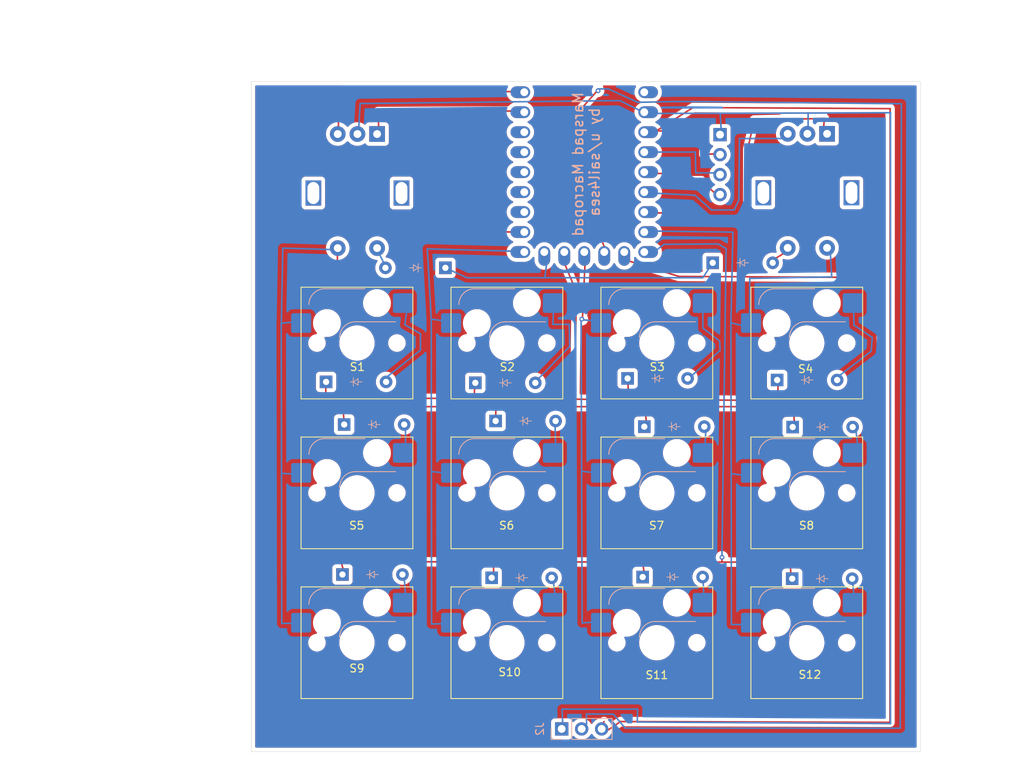
<source format=kicad_pcb>
(kicad_pcb (version 20241229) (generator "pcbnew") (generator_version "9.0")
  (layers (0 "F.Cu" signal) (2 "B.Cu" signal) (13 "F.Paste" user) (15 "B.Paste" user) (5 "F.SilkS" user "F.Silkscreen") (7 "B.SilkS" user "B.Silkscreen") (1 "F.Mask" user) (3 "B.Mask" user) (25 "Edge.Cuts" user))
  (net 0 "")
  (net 1 "GND")
  (net 2 "VCC")
  (net 3 "Net-(D1-A)")
  (net 4 "Net-(D2-A)")
  (net 5 "Net-(D3-A)")
  (net 6 "Row 2")
  (net 7 "Net-(D4-A)")
  (net 8 "Net-(D5-A)")
  (net 9 "Net-(D6-A)")
  (net 10 "Row 3")
  (net 11 "Net-(D7-A)")
  (net 12 "Net-(D8-A)")
  (net 13 "Net-(D9-A)")
  (net 14 "Net-(D10-A)")
  (net 15 "Row 4")
  (net 16 "Net-(D11-A)")
  (net 17 "Net-(D12-A)")
  (net 18 "Net-(D13-A)")
  (net 19 "Net-(D14-A)")
  (net 20 "Row 1")
  (net 21 "SDA")
  (net 22 "SCL")
  (net 23 "Col 1")
  (net 24 "Col 2")
  (net 25 "Col 3")
  (net 26 "Col 4")
  (net 27 "Enc B1")
  (net 28 "Enc A1")
  (net 29 "Enc B2")
  (net 30 "Enc A2")
  (net 37 "RGB")
  (footprint "ScottoKeebs_Scotto:Encoder_EC11_MX" (layer "F.Cu") (at 110.5 56.86 -90)
    (property "Reference" "SW1" (hide yes))
    (property "Value" "RotaryEncoder_Switch" (hide yes))
    (pad "A" thru_hole rect (at -7.5 -2.5 270) (size 2 2) (drill 1) (layers "*.Cu" "*.Mask") (net 28 "Enc A1"))
    (pad "B" thru_hole circle (at -7.5 2.5 270) (size 2 2) (drill 1) (layers "*.Cu" "*.Mask") (net 27 "Enc B1"))
    (pad "C" thru_hole circle (at -7.5 0 270) (size 2 2) (drill 1) (layers "*.Cu" "*.Mask") (net 1 "GND"))
    (pad "MP" thru_hole rect (at 0 -5.6 270) (size 3.2 2) (drill oval 2.8 1.5) (layers "*.Cu" "*.Mask"))
    (pad "MP" thru_hole rect (at 0 5.6 270) (size 3.2 2) (drill oval 2.8 1.5) (layers "*.Cu" "*.Mask"))
    (pad "S1" thru_hole circle (at 7 2.5 270) (size 2 2) (drill 1) (layers "*.Cu" "*.Mask") (net 23 "Col 1"))
    (pad "S2" thru_hole circle (at 7 -2.5 270) (size 2 2) (drill 1) (layers "*.Cu" "*.Mask") (net 18 "Net-(D13-A)"))
  )
  (footprint "ScottoKeebs_Hotswap:Hotswap_MX_1.00u" (layer "F.Cu") (at 110.44 75.93)
    (property "Reference" "S1" (at 0.05 3.04 0) (layer "F.SilkS"))
    (property "Value" "Keyswitch" (hide yes))
    (pad "" np_thru_hole circle (at -5.08 0) (size 1.75 1.75) (drill 1.75) (layers "*.Cu" "*.Mask"))
    (pad "" np_thru_hole circle (at -3.81 -2.54) (size 3.05 3.05) (drill 3.05) (layers "*.Cu" "*.Mask"))
    (pad "" np_thru_hole circle (at 0 0) (size 4 4) (drill 4) (layers "*.Cu" "*.Mask"))
    (pad "" np_thru_hole circle (at 2.54 -5.08) (size 3.05 3.05) (drill 3.05) (layers "*.Cu" "*.Mask"))
    (pad "" np_thru_hole circle (at 5.08 0) (size 1.75 1.75) (drill 1.75) (layers "*.Cu" "*.Mask"))
    (pad "1" smd roundrect (at -7.085 -2.54) (size 2.55 2.5) (layers "B.Cu" "B.Mask" "B.Paste") (roundrect_rratio 0.1) (net 23 "Col 1"))
    (pad "2" smd roundrect (at 5.842 -5.08) (size 2.55 2.5) (layers "B.Cu" "B.Mask" "B.Paste") (roundrect_rratio 0.1) (net 3 "Net-(D1-A)"))
  )
  (footprint "ScottoKeebs_Hotswap:Hotswap_MX_1.00u" (layer "F.Cu") (at 167.59 75.93)
    (property "Reference" "S4" (at -0.14 3.3 0) (layer "F.SilkS"))
    (property "Value" "Keyswitch" (hide yes))
    (pad "" np_thru_hole circle (at -5.08 0) (size 1.75 1.75) (drill 1.75) (layers "*.Cu" "*.Mask"))
    (pad "" np_thru_hole circle (at -3.81 -2.54) (size 3.05 3.05) (drill 3.05) (layers "*.Cu" "*.Mask"))
    (pad "" np_thru_hole circle (at 0 0) (size 4 4) (drill 4) (layers "*.Cu" "*.Mask"))
    (pad "" np_thru_hole circle (at 2.54 -5.08) (size 3.05 3.05) (drill 3.05) (layers "*.Cu" "*.Mask"))
    (pad "" np_thru_hole circle (at 5.08 0) (size 1.75 1.75) (drill 1.75) (layers "*.Cu" "*.Mask"))
    (pad "1" smd roundrect (at -7.085 -2.54) (size 2.55 2.5) (layers "B.Cu" "B.Mask" "B.Paste") (roundrect_rratio 0.1) (net 26 "Col 4"))
    (pad "2" smd roundrect (at 5.842 -5.08) (size 2.55 2.5) (layers "B.Cu" "B.Mask" "B.Paste") (roundrect_rratio 0.1) (net 7 "Net-(D4-A)"))
  )
  (footprint "ScottoKeebs_Scotto:Encoder_EC11_MX" (layer "F.Cu") (at 167.67 56.83 -90)
    (property "Reference" "SW2" (hide yes))
    (property "Value" "RotaryEncoder_Switch" (hide yes))
    (pad "A" thru_hole rect (at -7.5 -2.5 270) (size 2 2) (drill 1) (layers "*.Cu" "*.Mask") (net 30 "Enc A2"))
    (pad "B" thru_hole circle (at -7.5 2.5 270) (size 2 2) (drill 1) (layers "*.Cu" "*.Mask") (net 29 "Enc B2"))
    (pad "C" thru_hole circle (at -7.5 0 270) (size 2 2) (drill 1) (layers "*.Cu" "*.Mask") (net 1 "GND"))
    (pad "MP" thru_hole rect (at 0 -5.6 270) (size 3.2 2) (drill oval 2.8 1.5) (layers "*.Cu" "*.Mask"))
    (pad "MP" thru_hole rect (at 0 5.6 270) (size 3.2 2) (drill oval 2.8 1.5) (layers "*.Cu" "*.Mask"))
    (pad "S1" thru_hole circle (at 7 2.5 270) (size 2 2) (drill 1) (layers "*.Cu" "*.Mask") (net 19 "Net-(D14-A)"))
    (pad "S2" thru_hole circle (at 7 -2.5 270) (size 2 2) (drill 1) (layers "*.Cu" "*.Mask") (net 26 "Col 4"))
  )
  (footprint "ScottoKeebs_Hotswap:Hotswap_MX_1.00u" (layer "F.Cu") (at 148.54 114.03)
    (property "Reference" "S11" (at 0 4.11 0) (layer "F.SilkS"))
    (property "Value" "Keyswitch" (hide yes))
    (pad "" np_thru_hole circle (at -5.08 0) (size 1.75 1.75) (drill 1.75) (layers "*.Cu" "*.Mask"))
    (pad "" np_thru_hole circle (at -3.81 -2.54) (size 3.05 3.05) (drill 3.05) (layers "*.Cu" "*.Mask"))
    (pad "" np_thru_hole circle (at 0 0) (size 4 4) (drill 4) (layers "*.Cu" "*.Mask"))
    (pad "" np_thru_hole circle (at 2.54 -5.08) (size 3.05 3.05) (drill 3.05) (layers "*.Cu" "*.Mask"))
    (pad "" np_thru_hole circle (at 5.08 0) (size 1.75 1.75) (drill 1.75) (layers "*.Cu" "*.Mask"))
    (pad "1" smd roundrect (at -7.085 -2.54) (size 2.55 2.5) (layers "B.Cu" "B.Mask" "B.Paste") (roundrect_rratio 0.1) (net 25 "Col 3"))
    (pad "2" smd roundrect (at 5.842 -5.08) (size 2.55 2.5) (layers "B.Cu" "B.Mask" "B.Paste") (roundrect_rratio 0.1) (net 16 "Net-(D11-A)"))
  )
  (footprint "ScottoKeebs_Hotswap:Hotswap_MX_1.00u" (layer "F.Cu") (at 148.54 94.98)
    (property "Reference" "S7" (at -0.03 4.15 0) (layer "F.SilkS"))
    (property "Value" "Keyswitch" (hide yes))
    (pad "" np_thru_hole circle (at -5.08 0) (size 1.75 1.75) (drill 1.75) (layers "*.Cu" "*.Mask"))
    (pad "" np_thru_hole circle (at -3.81 -2.54) (size 3.05 3.05) (drill 3.05) (layers "*.Cu" "*.Mask"))
    (pad "" np_thru_hole circle (at 0 0) (size 4 4) (drill 4) (layers "*.Cu" "*.Mask"))
    (pad "" np_thru_hole circle (at 2.54 -5.08) (size 3.05 3.05) (drill 3.05) (layers "*.Cu" "*.Mask"))
    (pad "" np_thru_hole circle (at 5.08 0) (size 1.75 1.75) (drill 1.75) (layers "*.Cu" "*.Mask"))
    (pad "1" smd roundrect (at -7.085 -2.54) (size 2.55 2.5) (layers "B.Cu" "B.Mask" "B.Paste") (roundrect_rratio 0.1) (net 25 "Col 3"))
    (pad "2" smd roundrect (at 5.842 -5.08) (size 2.55 2.5) (layers "B.Cu" "B.Mask" "B.Paste") (roundrect_rratio 0.1) (net 11 "Net-(D7-A)"))
  )
  (footprint "ScottoKeebs_Hotswap:Hotswap_MX_1.00u" (layer "F.Cu") (at 167.59 94.98)
    (property "Reference" "S8" (at -0.03 4.15 0) (layer "F.SilkS"))
    (property "Value" "Keyswitch" (hide yes))
    (pad "" np_thru_hole circle (at -5.08 0) (size 1.75 1.75) (drill 1.75) (layers "*.Cu" "*.Mask"))
    (pad "" np_thru_hole circle (at -3.81 -2.54) (size 3.05 3.05) (drill 3.05) (layers "*.Cu" "*.Mask"))
    (pad "" np_thru_hole circle (at 0 0) (size 4 4) (drill 4) (layers "*.Cu" "*.Mask"))
    (pad "" np_thru_hole circle (at 2.54 -5.08) (size 3.05 3.05) (drill 3.05) (layers "*.Cu" "*.Mask"))
    (pad "" np_thru_hole circle (at 5.08 0) (size 1.75 1.75) (drill 1.75) (layers "*.Cu" "*.Mask"))
    (pad "1" smd roundrect (at -7.085 -2.54) (size 2.55 2.5) (layers "B.Cu" "B.Mask" "B.Paste") (roundrect_rratio 0.1) (net 26 "Col 4"))
    (pad "2" smd roundrect (at 5.842 -5.08) (size 2.55 2.5) (layers "B.Cu" "B.Mask" "B.Paste") (roundrect_rratio 0.1) (net 12 "Net-(D8-A)"))
  )
  (footprint "ScottoKeebs_Hotswap:Hotswap_MX_1.00u" (layer "F.Cu") (at 148.54 75.93)
    (property "Reference" "S3" (at 0.05 3.04 0) (layer "F.SilkS"))
    (property "Value" "Keyswitch" (hide yes))
    (pad "" np_thru_hole circle (at -5.08 0) (size 1.75 1.75) (drill 1.75) (layers "*.Cu" "*.Mask"))
    (pad "" np_thru_hole circle (at -3.81 -2.54) (size 3.05 3.05) (drill 3.05) (layers "*.Cu" "*.Mask"))
    (pad "" np_thru_hole circle (at 0 0) (size 4 4) (drill 4) (layers "*.Cu" "*.Mask"))
    (pad "" np_thru_hole circle (at 2.54 -5.08) (size 3.05 3.05) (drill 3.05) (layers "*.Cu" "*.Mask"))
    (pad "" np_thru_hole circle (at 5.08 0) (size 1.75 1.75) (drill 1.75) (layers "*.Cu" "*.Mask"))
    (pad "1" smd roundrect (at -7.085 -2.54) (size 2.55 2.5) (layers "B.Cu" "B.Mask" "B.Paste") (roundrect_rratio 0.1) (net 25 "Col 3"))
    (pad "2" smd roundrect (at 5.842 -5.08) (size 2.55 2.5) (layers "B.Cu" "B.Mask" "B.Paste") (roundrect_rratio 0.1) (net 5 "Net-(D3-A)"))
  )
  (footprint "ScottoKeebs_Hotswap:Hotswap_MX_1.00u" (layer "F.Cu") (at 110.44 94.98)
    (property "Reference" "S5" (at -0.03 4.15 0) (layer "F.SilkS"))
    (property "Value" "Keyswitch" (hide yes))
    (pad "" np_thru_hole circle (at -5.08 0) (size 1.75 1.75) (drill 1.75) (layers "*.Cu" "*.Mask"))
    (pad "" np_thru_hole circle (at -3.81 -2.54) (size 3.05 3.05) (drill 3.05) (layers "*.Cu" "*.Mask"))
    (pad "" np_thru_hole circle (at 0 0) (size 4 4) (drill 4) (layers "*.Cu" "*.Mask"))
    (pad "" np_thru_hole circle (at 2.54 -5.08) (size 3.05 3.05) (drill 3.05) (layers "*.Cu" "*.Mask"))
    (pad "" np_thru_hole circle (at 5.08 0) (size 1.75 1.75) (drill 1.75) (layers "*.Cu" "*.Mask"))
    (pad "1" smd roundrect (at -7.085 -2.54) (size 2.55 2.5) (layers "B.Cu" "B.Mask" "B.Paste") (roundrect_rratio 0.1) (net 23 "Col 1"))
    (pad "2" smd roundrect (at 5.842 -5.08) (size 2.55 2.5) (layers "B.Cu" "B.Mask" "B.Paste") (roundrect_rratio 0.1) (net 8 "Net-(D5-A)"))
  )
  (footprint "ScottoKeebs_Hotswap:Hotswap_MX_1.00u" (layer "F.Cu") (at 110.44 114.03)
    (property "Reference" "S9" (at 0 3.26 0) (layer "F.SilkS"))
    (property "Value" "Keyswitch" (hide yes))
    (pad "" np_thru_hole circle (at -5.08 0) (size 1.75 1.75) (drill 1.75) (layers "*.Cu" "*.Mask"))
    (pad "" np_thru_hole circle (at -3.81 -2.54) (size 3.05 3.05) (drill 3.05) (layers "*.Cu" "*.Mask"))
    (pad "" np_thru_hole circle (at 0 0) (size 4 4) (drill 4) (layers "*.Cu" "*.Mask"))
    (pad "" np_thru_hole circle (at 2.54 -5.08) (size 3.05 3.05) (drill 3.05) (layers "*.Cu" "*.Mask"))
    (pad "" np_thru_hole circle (at 5.08 0) (size 1.75 1.75) (drill 1.75) (layers "*.Cu" "*.Mask"))
    (pad "1" smd roundrect (at -7.085 -2.54) (size 2.55 2.5) (layers "B.Cu" "B.Mask" "B.Paste") (roundrect_rratio 0.1) (net 23 "Col 1"))
    (pad "2" smd roundrect (at 5.842 -5.08) (size 2.55 2.5) (layers "B.Cu" "B.Mask" "B.Paste") (roundrect_rratio 0.1) (net 13 "Net-(D9-A)"))
  )
  (footprint "ScottoKeebs_Hotswap:Hotswap_MX_1.00u" (layer "F.Cu") (at 129.49 94.98)
    (property "Reference" "S6" (at -0.03 4.15 0) (layer "F.SilkS"))
    (property "Value" "Keyswitch" (hide yes))
    (pad "" np_thru_hole circle (at -5.08 0) (size 1.75 1.75) (drill 1.75) (layers "*.Cu" "*.Mask"))
    (pad "" np_thru_hole circle (at -3.81 -2.54) (size 3.05 3.05) (drill 3.05) (layers "*.Cu" "*.Mask"))
    (pad "" np_thru_hole circle (at 0 0) (size 4 4) (drill 4) (layers "*.Cu" "*.Mask"))
    (pad "" np_thru_hole circle (at 2.54 -5.08) (size 3.05 3.05) (drill 3.05) (layers "*.Cu" "*.Mask"))
    (pad "" np_thru_hole circle (at 5.08 0) (size 1.75 1.75) (drill 1.75) (layers "*.Cu" "*.Mask"))
    (pad "1" smd roundrect (at -7.085 -2.54) (size 2.55 2.5) (layers "B.Cu" "B.Mask" "B.Paste") (roundrect_rratio 0.1) (net 24 "Col 2"))
    (pad "2" smd roundrect (at 5.842 -5.08) (size 2.55 2.5) (layers "B.Cu" "B.Mask" "B.Paste") (roundrect_rratio 0.1) (net 9 "Net-(D6-A)"))
  )
  (footprint "ScottoKeebs_Hotswap:Hotswap_MX_1.00u" (layer "F.Cu") (at 167.59 114.03)
    (property "Reference" "S12" (at 0.39 4.06 0) (layer "F.SilkS"))
    (property "Value" "Keyswitch" (hide yes))
    (pad "" np_thru_hole circle (at -5.08 0) (size 1.75 1.75) (drill 1.75) (layers "*.Cu" "*.Mask"))
    (pad "" np_thru_hole circle (at -3.81 -2.54) (size 3.05 3.05) (drill 3.05) (layers "*.Cu" "*.Mask"))
    (pad "" np_thru_hole circle (at 0 0) (size 4 4) (drill 4) (layers "*.Cu" "*.Mask"))
    (pad "" np_thru_hole circle (at 2.54 -5.08) (size 3.05 3.05) (drill 3.05) (layers "*.Cu" "*.Mask"))
    (pad "" np_thru_hole circle (at 5.08 0) (size 1.75 1.75) (drill 1.75) (layers "*.Cu" "*.Mask"))
    (pad "1" smd roundrect (at -7.085 -2.54) (size 2.55 2.5) (layers "B.Cu" "B.Mask" "B.Paste") (roundrect_rratio 0.1) (net 26 "Col 4"))
    (pad "2" smd roundrect (at 5.842 -5.08) (size 2.55 2.5) (layers "B.Cu" "B.Mask" "B.Paste") (roundrect_rratio 0.1) (net 17 "Net-(D12-A)"))
  )
  (footprint "ScottoKeebs_Components:OLED_128x32" (layer "F.Cu") (at 158.17 59.24 180)
    (property "Reference" "J1" (hide yes))
    (property "Value" "OLED_128x64")
    (pad "1" thru_hole rect (at 1.6 9.8) (size 1.7 1.7) (drill 1) (layers "*.Cu" "*.Mask") (net 1 "GND"))
    (pad "2" thru_hole oval (at 1.6 7.26) (size 1.7 1.7) (drill 1) (layers "*.Cu" "*.Mask") (net 2 "VCC"))
    (pad "3" thru_hole oval (at 1.6 4.72) (size 1.7 1.7) (drill 1) (layers "*.Cu" "*.Mask") (net 22 "SCL"))
    (pad "4" thru_hole oval (at 1.6 2.18) (size 1.7 1.7) (drill 1) (layers "*.Cu" "*.Mask") (net 21 "SDA"))
  )
  (footprint "ScottoKeebs_Hotswap:Hotswap_MX_1.00u" (layer "F.Cu") (at 129.49 75.93)
    (property "Reference" "S2" (at 0.05 3.04 0) (layer "F.SilkS"))
    (property "Value" "Keyswitch" (hide yes))
    (pad "" np_thru_hole circle (at -5.08 0) (size 1.75 1.75) (drill 1.75) (layers "*.Cu" "*.Mask"))
    (pad "" np_thru_hole circle (at -3.81 -2.54) (size 3.05 3.05) (drill 3.05) (layers "*.Cu" "*.Mask"))
    (pad "" np_thru_hole circle (at 0 0) (size 4 4) (drill 4) (layers "*.Cu" "*.Mask"))
    (pad "" np_thru_hole circle (at 2.54 -5.08) (size 3.05 3.05) (drill 3.05) (layers "*.Cu" "*.Mask"))
    (pad "" np_thru_hole circle (at 5.08 0) (size 1.75 1.75) (drill 1.75) (layers "*.Cu" "*.Mask"))
    (pad "1" smd roundrect (at -7.085 -2.54) (size 2.55 2.5) (layers "B.Cu" "B.Mask" "B.Paste") (roundrect_rratio 0.1) (net 24 "Col 2"))
    (pad "2" smd roundrect (at 5.842 -5.08) (size 2.55 2.5) (layers "B.Cu" "B.Mask" "B.Paste") (roundrect_rratio 0.1) (net 4 "Net-(D2-A)"))
  )
  (footprint "ScottoKeebs_Hotswap:Hotswap_MX_1.00u" (layer "F.Cu") (at 129.49 114.03)
    (property "Reference" "S10" (at 0.36 3.74 0) (layer "F.SilkS"))
    (property "Value" "Keyswitch" (hide yes))
    (pad "" np_thru_hole circle (at -5.08 0) (size 1.75 1.75) (drill 1.75) (layers "*.Cu" "*.Mask"))
    (pad "" np_thru_hole circle (at -3.81 -2.54) (size 3.05 3.05) (drill 3.05) (layers "*.Cu" "*.Mask"))
    (pad "" np_thru_hole circle (at 0 0) (size 4 4) (drill 4) (layers "*.Cu" "*.Mask"))
    (pad "" np_thru_hole circle (at 2.54 -5.08) (size 3.05 3.05) (drill 3.05) (layers "*.Cu" "*.Mask"))
    (pad "" np_thru_hole circle (at 5.08 0) (size 1.75 1.75) (drill 1.75) (layers "*.Cu" "*.Mask"))
    (pad "1" smd roundrect (at -7.085 -2.54) (size 2.55 2.5) (layers "B.Cu" "B.Mask" "B.Paste") (roundrect_rratio 0.1) (net 24 "Col 2"))
    (pad "2" smd roundrect (at 5.842 -5.08) (size 2.55 2.5) (layers "B.Cu" "B.Mask" "B.Paste") (roundrect_rratio 0.1) (net 14 "Net-(D10-A)"))
  )
  (footprint "ScottoKeebs_Components:Diode_DO-35" (layer "B.Cu") (at 146.95 86.56)
    (property "Reference" "D7" (hide yes))
    (property "Value" "Diode" (hide yes))
    (pad "1" thru_hole rect (at 0 0) (size 1.6 1.6) (drill 0.8) (layers "*.Cu" "*.Mask") (net 10 "Row 3"))
    (pad "2" thru_hole oval (at 7.62 0) (size 1.6 1.6) (drill 0.8) (layers "*.Cu" "*.Mask") (net 11 "Net-(D7-A)"))
  )
  (footprint "ScottoKeebs_Components:Diode_DO-35" (layer "B.Cu") (at 163.83 80.63)
    (property "Reference" "D4" (hide yes))
    (property "Value" "Diode" (hide yes))
    (pad "1" thru_hole rect (at 0 0) (size 1.6 1.6) (drill 0.8) (layers "*.Cu" "*.Mask") (net 6 "Row 2"))
    (pad "2" thru_hole oval (at 7.62 0) (size 1.6 1.6) (drill 0.8) (layers "*.Cu" "*.Mask") (net 7 "Net-(D4-A)"))
  )
  (footprint "ScottoKeebs_Components:Diode_DO-35" (layer "B.Cu") (at 144.83 80.43)
    (property "Reference" "D3" (hide yes))
    (property "Value" "Diode" (hide yes))
    (pad "1" thru_hole rect (at 0 0) (size 1.6 1.6) (drill 0.8) (layers "*.Cu" "*.Mask") (net 6 "Row 2"))
    (pad "2" thru_hole oval (at 7.62 0) (size 1.6 1.6) (drill 0.8) (layers "*.Cu" "*.Mask") (net 5 "Net-(D3-A)"))
  )
  (footprint "ScottoKeebs_Components:Diode_DO-35" (layer "B.Cu") (at 127.56 105.78)
    (property "Reference" "D10" (hide yes))
    (property "Value" "Diode" (hide yes))
    (pad "1" thru_hole rect (at 0 0) (size 1.6 1.6) (drill 0.8) (layers "*.Cu" "*.Mask") (net 15 "Row 4"))
    (pad "2" thru_hole oval (at 7.62 0) (size 1.6 1.6) (drill 0.8) (layers "*.Cu" "*.Mask") (net 14 "Net-(D10-A)"))
  )
  (footprint "ScottoKeebs_Components:Diode_DO-35" (layer "B.Cu") (at 165.8 86.61)
    (property "Reference" "D8" (hide yes))
    (property "Value" "Diode" (hide yes))
    (pad "1" thru_hole rect (at 0 0) (size 1.6 1.6) (drill 0.8) (layers "*.Cu" "*.Mask") (net 10 "Row 3"))
    (pad "2" thru_hole oval (at 7.62 0) (size 1.6 1.6) (drill 0.8) (layers "*.Cu" "*.Mask") (net 12 "Net-(D8-A)"))
  )
  (footprint "ScottoKeebs_Components:Diode_DO-35" (layer "B.Cu") (at 108.82 86.29)
    (property "Reference" "D5" (hide yes))
    (property "Value" "Diode" (hide yes))
    (pad "1" thru_hole rect (at 0 0) (size 1.6 1.6) (drill 0.8) (layers "*.Cu" "*.Mask") (net 10 "Row 3"))
    (pad "2" thru_hole oval (at 7.62 0) (size 1.6 1.6) (drill 0.8) (layers "*.Cu" "*.Mask") (net 8 "Net-(D5-A)"))
  )
  (footprint "ScottoKeebs_Components:Diode_DO-35" (layer "B.Cu") (at 106.52 80.87)
    (property "Reference" "D1" (hide yes))
    (property "Value" "Diode" (hide yes))
    (pad "1" thru_hole rect (at 0 0) (size 1.6 1.6) (drill 0.8) (layers "*.Cu" "*.Mask") (net 6 "Row 2"))
    (pad "2" thru_hole oval (at 7.62 0) (size 1.6 1.6) (drill 0.8) (layers "*.Cu" "*.Mask") (net 3 "Net-(D1-A)"))
  )
  (footprint "ScottoKeebs_Components:Diode_DO-35" (layer "B.Cu") (at 121.68 66.37 180)
    (property "Reference" "D13" (hide yes))
    (property "Value" "Diode" (hide yes))
    (pad "1" thru_hole rect (at 0 0 180) (size 1.6 1.6) (drill 0.8) (layers "*.Cu" "*.Mask") (net 20 "Row 1"))
    (pad "2" thru_hole oval (at 7.62 0 180) (size 1.6 1.6) (drill 0.8) (layers "*.Cu" "*.Mask") (net 18 "Net-(D13-A)"))
  )
  (footprint "ScottoKeebs_Components:Diode_DO-35" (layer "B.Cu") (at 108.6 105.36)
    (property "Reference" "D9" (hide yes))
    (property "Value" "Diode" (hide yes))
    (pad "1" thru_hole rect (at 0 0) (size 1.6 1.6) (drill 0.8) (layers "*.Cu" "*.Mask") (net 15 "Row 4"))
    (pad "2" thru_hole oval (at 7.62 0) (size 1.6 1.6) (drill 0.8) (layers "*.Cu" "*.Mask") (net 13 "Net-(D9-A)"))
  )
  (footprint "ScottoKeebs_Components:Diode_DO-35" (layer "B.Cu") (at 165.74 105.89)
    (property "Reference" "D12" (hide yes))
    (property "Value" "Diode" (hide yes))
    (pad "1" thru_hole rect (at 0 0) (size 1.6 1.6) (drill 0.8) (layers "*.Cu" "*.Mask") (net 15 "Row 4"))
    (pad "2" thru_hole oval (at 7.62 0) (size 1.6 1.6) (drill 0.8) (layers "*.Cu" "*.Mask") (net 17 "Net-(D12-A)"))
  )
  (footprint "Connector_PinSocket_2.54mm:PinSocket_1x03_P2.54mm_Vertical" (layer "B.Cu") (at 136.45 124.99 -90)
    (property "Reference" "J2" (at 0 2.77 90) (layer "B.SilkS") (effects (justify mirror)))
    (property "Value" "Conn_01x03_Pin" (hide yes))
    (pad "1" thru_hole rect (at 0 0 270) (size 1.7 1.7) (drill 1) (layers "*.Cu" "*.Mask") (net 1 "GND"))
    (pad "2" thru_hole circle (at 0 -2.54 270) (size 1.7 1.7) (drill 1) (layers "*.Cu" "*.Mask") (net 37 "RGB"))
    (pad "3" thru_hole circle (at 0 -5.08 270) (size 1.7 1.7) (drill 1) (layers "*.Cu" "*.Mask") (net 2 "VCC"))
  )
  (footprint "ScottoKeebs_Components:Diode_DO-35" (layer "B.Cu") (at 146.74 105.68)
    (property "Reference" "D11" (hide yes))
    (property "Value" "Diode" (hide yes))
    (pad "1" thru_hole rect (at 0 0) (size 1.6 1.6) (drill 0.8) (layers "*.Cu" "*.Mask") (net 15 "Row 4"))
    (pad "2" thru_hole oval (at 7.62 0) (size 1.6 1.6) (drill 0.8) (layers "*.Cu" "*.Mask") (net 16 "Net-(D11-A)"))
  )
  (footprint "ScottoKeebs_MCU:RP2040_Zero" (layer "B.Cu") (at 139.32 54.2 180)
    (property "Reference" "U2" (hide yes))
    (property "Value" "RP2040_Zero" (hide yes))
    (pad "1" thru_hole oval (at 7.62 10.16) (size 2.5 1.5) (drill 1 (offset -0.5 0)) (layers "*.Cu" "*.Mask") (net 27 "Enc B1"))
    (pad "2" thru_hole oval (at 7.62 7.62) (size 2.5 1.5) (drill 1 (offset -0.5 0)) (layers "*.Cu" "*.Mask") (net 28 "Enc A1"))
    (pad "3" thru_hole oval (at 7.62 5.08) (size 2.5 1.5) (drill 1 (offset -0.5 0)) (layers "*.Cu" "*.Mask"))
    (pad "4" thru_hole oval (at 7.62 2.54) (size 2.5 1.5) (drill 1 (offset -0.5 0)) (layers "*.Cu" "*.Mask"))
    (pad "5" thru_hole oval (at 7.62 0) (size 2.5 1.5) (drill 1 (offset -0.5 0)) (layers "*.Cu" "*.Mask"))
    (pad "6" thru_hole oval (at 7.62 -2.54) (size 2.5 1.5) (drill 1 (offset -0.5 0)) (layers "*.Cu" "*.Mask"))
    (pad "7" thru_hole oval (at 7.62 -5.08) (size 2.5 1.5) (drill 1 (offset -0.5 0)) (layers "*.Cu" "*.Mask"))
    (pad "8" thru_hole oval (at 7.62 -7.62) (size 2.5 1.5) (drill 1 (offset -0.5 0)) (layers "*.Cu" "*.Mask") (net 23 "Col 1"))
    (pad "9" thru_hole oval (at 7.62 -10.16) (size 2.5 1.5) (drill 1 (offset -0.5 0)) (layers "*.Cu" "*.Mask") (net 24 "Col 2"))
    (pad "10" thru_hole oval (at 5.08 -10.16 90) (size 2.5 1.5) (drill 1 (offset -0.5 0)) (layers "*.Cu" "*.Mask") (net 20 "Row 1"))
    (pad "11" thru_hole oval (at 2.54 -10.16 90) (size 2.5 1.5) (drill 1 (offset -0.5 0)) (layers "*.Cu" "*.Mask") (net 6 "Row 2"))
    (pad "12" thru_hole oval (at 0 -10.16 90) (size 2.5 1.5) (drill 1 (offset -0.5 0)) (layers "*.Cu" "*.Mask") (net 25 "Col 3"))
    (pad "13" thru_hole oval (at -2.54 -10.16 90) (size 2.5 1.5) (drill 1 (offset -0.5 0)) (layers "*.Cu" "*.Mask") (net 37 "RGB"))
    (pad "14" thru_hole oval (at -5.08 -10.16 90) (size 2.5 1.5) (drill 1 (offset -0.5 0)) (layers "*.Cu" "*.Mask") (net 10 "Row 3"))
    (pad "15" thru_hole oval (at -7.62 -10.16 180) (size 2.5 1.5) (drill 1 (offset -0.5 0)) (layers "*.Cu" "*.Mask") (net 15 "Row 4"))
    (pad "16" thru_hole oval (at -7.62 -7.62 180) (size 2.5 1.5) (drill 1 (offset -0.5 0)) (layers "*.Cu" "*.Mask") (net 26 "Col 4"))
    (pad "17" thru_hole oval (at -7.62 -5.08 180) (size 2.5 1.5) (drill 1 (offset -0.5 0)) (layers "*.Cu" "*.Mask") (net 30 "Enc A2"))
    (pad "18" thru_hole oval (at -7.62 -2.54 180) (size 2.5 1.5) (drill 1 (offset -0.5 0)) (layers "*.Cu" "*.Mask") (net 29 "Enc B2"))
    (pad "19" thru_hole oval (at -7.62 0 180) (size 2.5 1.5) (drill 1 (offset -0.5 0)) (layers "*.Cu" "*.Mask") (net 21 "SDA"))
    (pad "20" thru_hole oval (at -7.62 2.54 180) (size 2.5 1.5) (drill 1 (offset -0.5 0)) (layers "*.Cu" "*.Mask") (net 22 "SCL"))
    (pad "21" thru_hole oval (at -7.62 5.08 180) (size 2.5 1.5) (drill 1 (offset -0.5 0)) (layers "*.Cu" "*.Mask") (net 2 "VCC"))
    (pad "22" thru_hole oval (at -7.62 7.62 180) (size 2.5 1.5) (drill 1 (offset -0.5 0)) (layers "*.Cu" "*.Mask") (net 1 "GND"))
    (pad "23" thru_hole oval (at -7.62 10.16 180) (size 2.5 1.5) (drill 1 (offset -0.5 0)) (layers "*.Cu" "*.Mask"))
  )
  (footprint "ScottoKeebs_Components:Diode_DO-35" (layer "B.Cu") (at 155.64 65.73)
    (property "Reference" "D14" (hide yes))
    (property "Value" "Diode" (hide yes))
    (pad "1" thru_hole rect (at 0 0) (size 1.6 1.6) (drill 0.8) (layers "*.Cu" "*.Mask") (net 20 "Row 1"))
    (pad "2" thru_hole oval (at 7.62 0) (size 1.6 1.6) (drill 0.8) (layers "*.Cu" "*.Mask") (net 19 "Net-(D14-A)"))
  )
  (footprint "ScottoKeebs_Components:Diode_DO-35" (layer "B.Cu") (at 125.48 80.99)
    (property "Reference" "D2" (hide yes))
    (property "Value" "Diode" (hide yes))
    (pad "1" thru_hole rect (at 0 0) (size 1.6 1.6) (drill 0.8) (layers "*.Cu" "*.Mask") (net 6 "Row 2"))
    (pad "2" thru_hole oval (at 7.62 0) (size 1.6 1.6) (drill 0.8) (layers "*.Cu" "*.Mask") (net 4 "Net-(D2-A)"))
  )
  (footprint "ScottoKeebs_Components:Diode_DO-35" (layer "B.Cu") (at 128.06 85.84)
    (property "Reference" "D6" (hide yes))
    (property "Value" "Diode" (hide yes))
    (pad "1" thru_hole rect (at 0 0) (size 1.6 1.6) (drill 0.8) (layers "*.Cu" "*.Mask") (net 10 "Row 3"))
    (pad "2" thru_hole oval (at 7.62 0) (size 1.6 1.6) (drill 0.8) (layers "*.Cu" "*.Mask") (net 9 "Net-(D6-A)"))
  )
  (gr_line (start 154.56 48.97) (end 154.51 51.93) (stroke (width 0.2)) (layer "F.Cu") (net 2))
  (gr_line (start 169.83 47.38) (end 160.92 47.57) (stroke (width 0.2)) (layer "F.Cu") (net 30))
  (gr_line (start 178.18 46.13) (end 178.16 124.15) (stroke (width 0.2)) (layer "F.Cu") (net 2))
  (gr_line (start 117.46 61.62) (end 130.67 61.82) (stroke (width 0.2)) (layer "F.Cu") (net 23))
  (gr_line (start 177.04 83.83) (end 177.08 67.6) (stroke (width 0.2)) (layer "F.Cu") (net 10))
  (gr_line (start 163.83 83.23) (end 106.48 82.88) (stroke (width 0.2)) (layer "F.Cu") (net 6))
  (gr_line (start 106.48 82.88) (end 106.48 81.1) (stroke (width 0.2)) (layer "F.Cu") (net 6))
  (gr_line (start 143.94 124.05) (end 141.88 125.44) (stroke (width 0.2)) (layer "F.Cu") (net 2))
  (gr_line (start 154.18 55.28) (end 156.09 57.04) (stroke (width 0.2)) (layer "F.Cu") (net 21))
  (gr_line (start 113.12 46.5) (end 113.23 49.33) (stroke (width 0.2)) (layer "F.Cu") (net 28))
  (gr_line (start 144.88 80.39) (end 144.91 83.1) (stroke (width 0.2)) (layer "F.Cu") (net 6))
  (gr_line (start 165.87 84.02) (end 177.04 83.83) (stroke (width 0.2)) (layer "F.Cu") (net 10))
  (gr_line (start 154.46 60.35) (end 153.61 59.39) (stroke (width 0.2)) (layer "F.Cu") (net 30))
  (gr_line (start 148.09 54.37) (end 151.88 54.37) (stroke (width 0.2)) (layer "F.Cu") (net 21))
  (gr_line (start 151.82 55.31) (end 154.18 55.28) (stroke (width 0.2)) (layer "F.Cu") (net 21))
  (gr_line (start 165.87 84.02) (end 166.06 86.72) (stroke (width 0.2)) (layer "F.Cu") (net 10))
  (gr_line (start 158.39 60.32) (end 154.46 60.35) (stroke (width 0.2)) (layer "F.Cu") (net 30))
  (gr_line (start 153.61 59.39) (end 147.82 59.39) (stroke (width 0.2)) (layer "F.Cu") (net 30))
  (gr_line (start 130.69 46.43) (end 113.12 46.5) (stroke (width 0.2)) (layer "F.Cu") (net 28))
  (gr_line (start 141.83 124.05) (end 141.75 124.32) (stroke (width 0.2)) (layer "F.Cu") (net 2))
  (gr_line (start 148.48 48.96) (end 154.56 48.97) (stroke (width 0.2)) (layer "F.Cu") (net 2))
  (gr_line (start 160.09 59.79) (end 158.39 60.32) (stroke (width 0.2)) (layer "F.Cu") (net 30))
  (gr_line (start 169.74 48.4) (end 169.83 47.38) (stroke (width 0.2)) (layer "F.Cu") (net 30))
  (gr_line (start 117.46 68.19) (end 117.46 61.62) (stroke (width 0.2)) (layer "F.Cu") (net 23))
  (gr_line (start 153.14 45.99) (end 178.18 46.13) (stroke (width 0.2)) (layer "F.Cu") (net 2))
  (gr_line (start 108.66 84.02) (end 165.87 84.02) (stroke (width 0.2)) (layer "F.Cu") (net 10))
  (gr_line (start 154.51 51.93) (end 155.88 51.89) (stroke (width 0.2)) (layer "F.Cu") (net 2))
  (gr_line (start 138.31 69.39) (end 138.12 83.07) (stroke (width 0.2)) (layer "F.Cu") (net 6))
  (gr_line (start 127.85 106.07) (end 127.75 103.56) (stroke (width 0.2)) (layer "F.Cu") (net 15))
  (gr_line (start 136.78 65.73) (end 138.31 69.39) (stroke (width 0.2)) (layer "F.Cu") (net 6))
  (gr_line (start 108.89 105.39) (end 108.42 103.73) (stroke (width 0.2)) (layer "F.Cu") (net 15))
  (gr_line (start 141.84 63.64) (end 136.22 49.21) (stroke (width 0.2)) (layer "F.Cu") (net 37))
  (gr_line (start 165.46 103.79) (end 108.42 103.73) (stroke (width 0.2)) (layer "F.Cu") (net 15))
  (gr_line (start 151.33 67.46) (end 144.18 65.25) (stroke (width 0.2)) (layer "F.Cu") (net 10))
  (gr_line (start 156.8 103.3) (end 156.82 103.73) (stroke (width 0.2)) (layer "F.Cu") (net 15))
  (gr_line (start 165.62 105.84) (end 165.46 103.79) (stroke (width 0.2)) (layer "F.Cu") (net 15))
  (gr_line (start 139.09 72.78) (end 139.43 65.53) (stroke (width 0.2)) (layer "F.Cu") (net 25))
  (gr_line (start 108.09 44.03) (end 130.66 43.96) (stroke (width 0.2)) (layer "F.Cu") (net 27))
  (gr_line (start 136.22 49.21) (end 141.04 43.78) (stroke (width 0.2)) (layer "F.Cu") (net 37))
  (gr_line (start 164.82 64.44) (end 163.27 65.38) (stroke (width 0.2)) (layer "F.Cu") (net 19))
  (gr_line (start 160.09 51.26) (end 160.09 59.79) (stroke (width 0.2)) (layer "F.Cu") (net 30))
  (gr_line (start 125.4 81.38) (end 125.33 83) (stroke (width 0.2)) (layer "F.Cu") (net 6))
  (gr_line (start 108.09 48.42) (end 108.09 44.03) (stroke (width 0.2)) (layer "F.Cu") (net 27))
  (gr_line (start 108.82 86.29) (end 108.66 84.02) (stroke (width 0.2)) (layer "F.Cu") (net 10))
  (gr_line (start 163.97 81.1) (end 163.83 83.23) (stroke (width 0.2)) (layer "F.Cu") (net 6))
  (gr_line (start 151.88 54.37) (end 151.82 55.31) (stroke (width 0.2)) (layer "F.Cu") (net 21))
  (gr_line (start 160.92 47.57) (end 160.09 51.26) (stroke (width 0.2)) (layer "F.Cu") (net 30))
  (gr_line (start 107.96 64.41) (end 107.96 68.27) (stroke (width 0.2)) (layer "F.Cu") (net 23))
  (gr_line (start 178.16 124.15) (end 143.94 124.05) (stroke (width 0.2)) (layer "F.Cu") (net 2))
  (gr_line (start 128.06 85.68) (end 128.1 83.97) (stroke (width 0.2)) (layer "F.Cu") (net 10))
  (gr_line (start 107.96 68.27) (end 117.46 68.19) (stroke (width 0.2)) (layer "F.Cu") (net 23))
  (gr_line (start 147.03 83.99) (end 147.22 86.16) (stroke (width 0.2)) (layer "F.Cu") (net 10))
  (gr_line (start 148.48 48.96) (end 153.14 45.99) (stroke (width 0.2)) (layer "F.Cu") (net 2))
  (gr_line (start 177.08 67.6) (end 151.33 67.46) (stroke (width 0.2)) (layer "F.Cu") (net 10))
  (gr_line (start 146.95 105.31) (end 146.76 103.94) (stroke (width 0.2)) (layer "F.Cu") (net 15))
  (gr_line (start 107.24 64.05) (end 101.02 63.86) (stroke (width 0.2)) (layer "B.Cu") (net 23))
  (gr_line (start 148.67 56.9) (end 153.38 57.14) (stroke (width 0.2)) (layer "B.Cu") (net 29))
  (gr_line (start 143.84 45.11) (end 147.36 46.86) (stroke (width 0.2)) (layer "B.Cu") (net 1))
  (gr_line (start 124.4 67.63) (end 154.38 67.63) (stroke (width 0.2)) (layer "B.Cu") (net 20))
  (gr_line (start 155.49 59.01) (end 158.37 59.01) (stroke (width 0.2)) (layer "B.Cu") (net 29))
  (gr_line (start 138.92 72.96) (end 139.05 111.51) (stroke (width 0.2)) (layer "B.Cu") (net 25))
  (gr_line (start 156.53 75.69) (end 156.57 76.88) (stroke (width 0.2)) (layer "B.Cu") (net 5))
  (gr_line (start 140.95 73.14) (end 138.92 72.96) (stroke (width 0.2)) (layer "B.Cu") (net 25))
  (gr_line (start 160.34 73.93) (end 157.95 73.36) (stroke (width 0.2)) (layer "B.Cu") (net 26))
  (gr_line (start 119.38 63.96) (end 119.88 72.89) (stroke (width 0.2)) (layer "B.Cu") (net 24))
  (gr_line (start 153.49 54.3) (end 156.48 54.3) (stroke (width 0.2)) (layer "B.Cu") (net 22))
  (gr_line (start 100.82 73.42) (end 100.89 111.58) (stroke (width 0.2)) (layer "B.Cu") (net 23))
  (gr_line (start 146.05 124.11) (end 146.11 122.47) (stroke (width 0.2)) (layer "B.Cu") (net 1))
  (gr_line (start 118.51 76.83) (end 114.01 80.43) (stroke (width 0.2)) (layer "B.Cu") (net 3))
  (gr_line (start 158.21 61.83) (end 157.95 73.36) (stroke (width 0.2)) (layer "B.Cu") (net 26))
  (gr_line (start 179.61 46.6) (end 179.61 45.51) (stroke (width 0.2)) (layer "B.Cu") (net 37))
  (gr_line (start 154.39 71.81) (end 154.39 74.04) (stroke (width 0.2)) (layer "B.Cu") (net 5))
  (gr_line (start 137.47 76.36) (end 133.16 80.81) (stroke (width 0.2)) (layer "B.Cu") (net 4))
  (gr_line (start 154.63 89.48) (end 154.78 86.78) (stroke (width 0.2)) (layer "B.Cu") (net 11))
  (gr_line (start 179.61 45.51) (end 153.08 45.23) (stroke (width 0.2)) (layer "B.Cu") (net 37))
  (gr_line (start 135.71 108.76) (end 135.28 105.37) (stroke (width 0.2)) (layer "B.Cu") (net 14))
  (gr_line (start 113.18 64.42) (end 114.17 66.37) (stroke (width 0.2)) (layer "B.Cu") (net 18))
  (gr_line (start 174.12 89.48) (end 173.78 86.54) (stroke (width 0.2)) (layer "B.Cu") (net 12))
  (gr_line (start 167.76 46.69) (end 167.76 49.1) (stroke (width 0.2)) (layer "B.Cu") (net 1))
  (gr_line (start 135.69 89.37) (end 135.61 86.16) (stroke (width 0.2)) (layer "B.Cu") (net 9))
  (gr_line (start 101.02 63.86) (end 100.82 74.19) (stroke (width 0.2)) (layer "B.Cu") (net 23))
  (gr_line (start 100.89 111.58) (end 103.52 111.52) (stroke (width 0.2)) (layer "B.Cu") (net 23))
  (gr_line (start 102.93 73.2) (end 100.82 73.42) (stroke (width 0.2)) (layer "B.Cu") (net 23))
  (gr_line (start 178.23 46.65) (end 178.23 124.31) (stroke (width 0.2)) (layer "B.Cu") (net 1))
  (gr_line (start 146.11 45.33) (end 142.37 43.62) (stroke (width 0.2)) (layer "B.Cu") (net 37))
  (gr_line (start 139.61 123.09) (end 139.61 124.48) (stroke (width 0.2)) (layer "B.Cu") (net 37))
  (gr_line (start 144.52 124.89) (end 143.03 123.12) (stroke (width 0.2)) (layer "B.Cu") (net 37))
  (gr_line (start 156.59 46.76) (end 156.74 49.25) (stroke (width 0.2)) (layer "B.Cu") (net 1))
  (gr_line (start 110.67 48.51) (end 110.85 45.48) (stroke (width 0.2)) (layer "B.Cu") (net 1))
  (gr_line (start 154.39 74.04) (end 156.53 75.69) (stroke (width 0.2)) (layer "B.Cu") (net 5))
  (gr_line (start 122.44 73.23) (end 122.35 72.99) (stroke (width 0.2)) (layer "B.Cu") (net 24))
  (gr_line (start 173.66 108.65) (end 173.33 105.48) (stroke (width 0.2)) (layer "B.Cu") (net 17))
  (gr_line (start 119.92 111.65) (end 121.74 111.61) (stroke (width 0.2)) (layer "B.Cu") (net 24))
  (gr_line (start 100.855 92.5) (end 103.13 92.62) (stroke (width 0.2)) (layer "B.Cu") (net 23))
  (gr_line (start 160.34 73.93) (end 160.34 67.71) (stroke (width 0.2)) (layer "B.Cu") (net 26))
  (gr_line (start 144.52 124.89) (end 179.46 124.9) (stroke (width 0.2)) (layer "B.Cu") (net 37))
  (gr_line (start 148.39 51.65) (end 153.42 51.65) (stroke (width 0.2)) (layer "B.Cu") (net 22))
  (gr_line (start 118.51 74.75) (end 118.51 76.83) (stroke (width 0.2)) (layer "B.Cu") (net 3))
  (gr_line (start 158.96 57.73) (end 159.04 49.93) (stroke (width 0.2)) (layer "B.Cu") (net 29))
  (gr_line (start 167.76 46.69) (end 178.23 46.65) (stroke (width 0.2)) (layer "B.Cu") (net 1))
  (gr_line (start 158.02 111.72) (end 160.94 111.72) (stroke (width 0.2)) (layer "B.Cu") (net 26))
  (gr_line (start 149.45 63.38) (end 156.35 63.34) (stroke (width 0.2)) (layer "B.Cu") (net 15))
  (gr_line (start 122.44 73.23) (end 119.88 72.89) (stroke (width 0.2)) (layer "B.Cu") (net 24))
  (gr_line (start 173.54 71.52) (end 173.59 73.66) (stroke (width 0.2)) (layer "B.Cu") (net 7))
  (gr_line (start 135.43 70.91) (end 135.34 73.56) (stroke (width 0.2)) (layer "B.Cu") (net 4))
  (gr_line (start 119.88 72.89) (end 119.92 111.65) (stroke (width 0.2)) (layer "B.Cu") (net 24))
  (gr_line (start 116.52 73.61) (end 118.51 74.75) (stroke (width 0.2)) (layer "B.Cu") (net 3))
  (gr_line (start 153.08 45.23) (end 150.68 45.23) (stroke (width 0.2)) (layer "B.Cu") (net 37))
  (gr_line (start 116.85 71.24) (end 116.52 73.61) (stroke (width 0.2)) (layer "B.Cu") (net 3))
  (gr_line (start 178.23 124.31) (end 146.05 124.11) (stroke (width 0.2)) (layer "B.Cu") (net 1))
  (gr_line (start 170.76 67.52) (end 170.53 63.46) (stroke (width 0.2)) (layer "B.Cu") (net 26))
  (gr_line (start 122.54 92.54) (end 119.9 92.27) (stroke (width 0.2)) (layer "B.Cu") (net 24))
  (gr_line (start 134.64 65.15) (end 134.3 67.63) (stroke (width 0.2)) (layer "B.Cu") (net 20))
  (gr_line (start 160.34 67.71) (end 170.76 67.52) (stroke (width 0.2)) (layer "B.Cu") (net 26))
  (gr_line (start 139.05 111.51) (end 141.43 111.36) (stroke (width 0.2)) (layer "B.Cu") (net 25))
  (gr_line (start 159.04 49.93) (end 164.68 49.93) (stroke (width 0.2)) (layer "B.Cu") (net 29))
  (gr_line (start 173.59 73.66) (end 175.91 75.22) (stroke (width 0.2)) (layer "B.Cu") (net 7))
  (gr_line (start 148.31 61.7) (end 158.21 61.83) (stroke (width 0.2)) (layer "B.Cu") (net 26))
  (gr_line (start 135.34 73.56) (end 137.42 73.56) (stroke (width 0.2)) (layer "B.Cu") (net 4))
  (gr_line (start 157.34 63.93) (end 156.81 103.21) (stroke (width 0.2)) (layer "B.Cu") (net 15))
  (gr_line (start 130.63 64.26) (end 119.38 63.96) (stroke (width 0.2)) (layer "B.Cu") (net 24))
  (gr_line (start 148.61 46.74) (end 167.76 46.69) (stroke (width 0.2)) (layer "B.Cu") (net 1))
  (gr_line (start 146.11 122.47) (end 136.5 122.47) (stroke (width 0.2)) (layer "B.Cu") (net 1))
  (gr_line (start 157.95 73.36) (end 158.02 111.72) (stroke (width 0.2)) (layer "B.Cu") (net 26))
  (gr_line (start 116.61 88.7) (end 116.61 85.9) (stroke (width 0.2)) (layer "B.Cu") (net 8))
  (gr_line (start 158.37 59.01) (end 158.96 57.73) (stroke (width 0.2)) (layer "B.Cu") (net 29))
  (gr_line (start 143.03 123.12) (end 139.61 123.09) (stroke (width 0.2)) (layer "B.Cu") (net 37))
  (gr_line (start 137.42 73.56) (end 137.47 76.36) (stroke (width 0.2)) (layer "B.Cu") (net 4))
  (gr_line (start 156.35 63.34) (end 157.34 63.93) (stroke (width 0.2)) (layer "B.Cu") (net 15))
  (gr_line (start 153.07 79.99) (end 156.57 76.88) (stroke (width 0.2)) (layer "B.Cu") (net 5))
  (gr_line (start 121.68 66.37) (end 124.4 67.63) (stroke (width 0.2)) (layer "B.Cu") (net 20))
  (gr_line (start 175.91 75.22) (end 175.77 76.97) (stroke (width 0.2)) (layer "B.Cu") (net 7))
  (gr_line (start 179.46 124.9) (end 179.61 46.6) (stroke (width 0.2)) (layer "B.Cu") (net 37))
  (gr_line (start 142.37 43.62) (end 141.02 43.62) (stroke (width 0.2)) (layer "B.Cu") (net 37))
  (gr_line (start 141.29 92.47) (end 138.985 92.235) (stroke (width 0.2)) (layer "B.Cu") (net 25))
  (gr_line (start 110.85 45.48) (end 143.84 45.11) (stroke (width 0.2)) (layer "B.Cu") (net 1))
  (gr_line (start 136.58 124.31) (end 136.5 122.47) (stroke (width 0.2)) (layer "B.Cu") (net 1))
  (gr_line (start 175.77 76.97) (end 171.03 80.62) (stroke (width 0.2)) (layer "B.Cu") (net 7))
  (gr_line (start 154.38 67.63) (end 155.64 65.73) (stroke (width 0.2)) (layer "B.Cu") (net 20))
  (gr_line (start 160.87 92.9) (end 157.985 92.54) (stroke (width 0.2)) (layer "B.Cu") (net 26))
  (gr_line (start 154.55 108.63) (end 154.41 105.97) (stroke (width 0.2)) (layer "B.Cu") (net 16))
  (gr_line (start 116.63 108.45) (end 116.44 105.6) (stroke (width 0.2)) (layer "B.Cu") (net 13))
  (gr_line (start 153.38 57.14) (end 155.49 59.01) (stroke (width 0.2)) (layer "B.Cu") (net 29))
  (gr_line (start 148.43 64.17) (end 149.45 63.38) (stroke (width 0.2)) (layer "B.Cu") (net 15))
  (gr_line (start 153.42 51.65) (end 153.49 54.3) (stroke (width 0.2)) (layer "B.Cu") (net 22))
  (gr_line (start 150.68 45.23) (end 146.11 45.33) (stroke (width 0.2)) (layer "B.Cu") (net 37))
  (gr_rect (start 97.02 42.68) (end 182.04 127.87) (stroke (width 0.05)) (fill no) (layer "Edge.Cuts"))
  (gr_text "Marspad Macropad\n  by u/sail4sea" (at 141.38 43.91 90) (layer "B.SilkS") (effects (font (size 1.3 1.3) (thickness 0.2)) (justify left bottom mirror)))
  (via (at 156.82 103.17) (size 0.6) (drill 0.3) (layers "F.Cu" "B.Cu") (net 15))
  (via (at 139.01 72.89) (size 0.6) (drill 0.3) (layers "F.Cu" "B.Cu") (net 25))
  (via (at 141.07 43.86) (size 0.6) (drill 0.3) (layers "F.Cu" "B.Cu") (net 37))
  (zone (net 0) (net_name "") (layers "F.Cu" "B.Cu") (connect_pads (clearance 0.5)) (min_thickness 0.25) (fill yes (thermal_gap 0.5) (thermal_bridge_width 0.5) (island_removal_mode 1) (island_area_min 10))
    (polygon (pts (xy 84.16 33.54) (xy 192.76 33.05) (xy 195.2 131.62) (xy 85.63 131.86) (xy 85.14 34.03) (xy 90.77 33.05) (xy 65.09 32.32) (xy 85.88 43.57) (xy 89.54 43.32)))
  )
)
</source>
